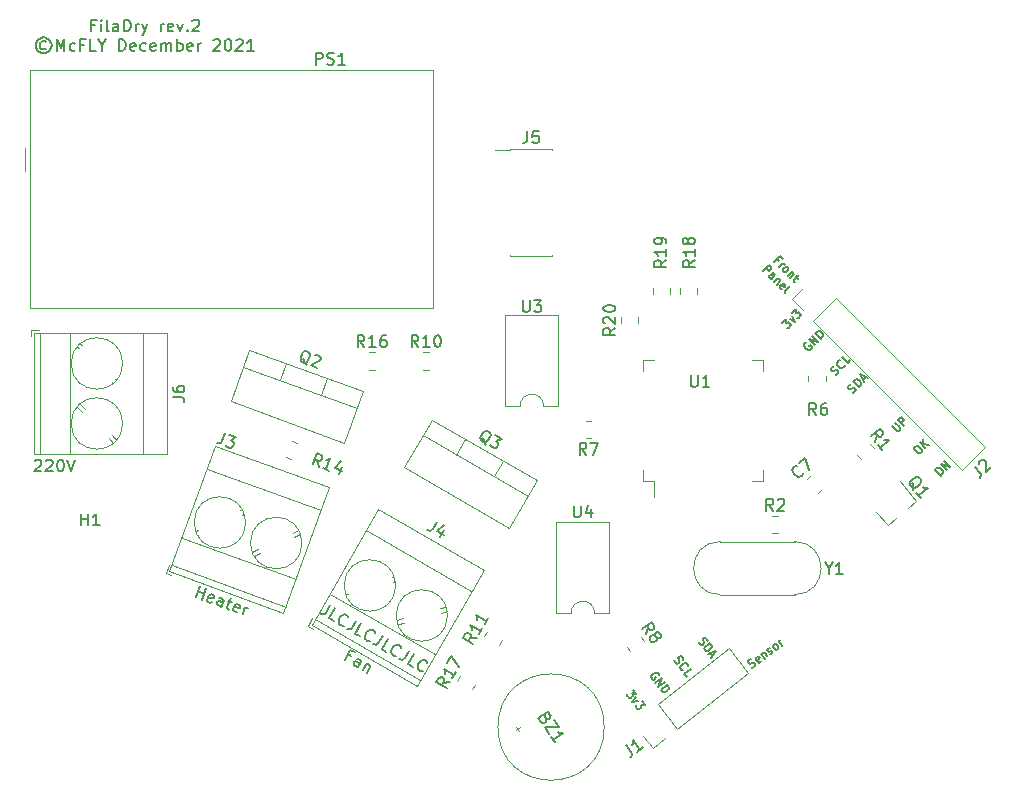
<source format=gbr>
%TF.GenerationSoftware,KiCad,Pcbnew,(5.1.9)-1*%
%TF.CreationDate,2021-12-25T05:37:13+03:00*%
%TF.ProjectId,filadry2,66696c61-6472-4793-922e-6b696361645f,rev?*%
%TF.SameCoordinates,Original*%
%TF.FileFunction,Legend,Top*%
%TF.FilePolarity,Positive*%
%FSLAX46Y46*%
G04 Gerber Fmt 4.6, Leading zero omitted, Abs format (unit mm)*
G04 Created by KiCad (PCBNEW (5.1.9)-1) date 2021-12-25 05:37:13*
%MOMM*%
%LPD*%
G01*
G04 APERTURE LIST*
%ADD10C,0.150000*%
%ADD11C,0.120000*%
G04 APERTURE END LIST*
D10*
X20939333Y-58120019D02*
X20986952Y-58072400D01*
X21082190Y-58024780D01*
X21320285Y-58024780D01*
X21415523Y-58072400D01*
X21463142Y-58120019D01*
X21510761Y-58215257D01*
X21510761Y-58310495D01*
X21463142Y-58453352D01*
X20891714Y-59024780D01*
X21510761Y-59024780D01*
X21891714Y-58120019D02*
X21939333Y-58072400D01*
X22034571Y-58024780D01*
X22272666Y-58024780D01*
X22367904Y-58072400D01*
X22415523Y-58120019D01*
X22463142Y-58215257D01*
X22463142Y-58310495D01*
X22415523Y-58453352D01*
X21844095Y-59024780D01*
X22463142Y-59024780D01*
X23082190Y-58024780D02*
X23177428Y-58024780D01*
X23272666Y-58072400D01*
X23320285Y-58120019D01*
X23367904Y-58215257D01*
X23415523Y-58405733D01*
X23415523Y-58643828D01*
X23367904Y-58834304D01*
X23320285Y-58929542D01*
X23272666Y-58977161D01*
X23177428Y-59024780D01*
X23082190Y-59024780D01*
X22986952Y-58977161D01*
X22939333Y-58929542D01*
X22891714Y-58834304D01*
X22844095Y-58643828D01*
X22844095Y-58405733D01*
X22891714Y-58215257D01*
X22939333Y-58120019D01*
X22986952Y-58072400D01*
X23082190Y-58024780D01*
X23701238Y-58024780D02*
X24034571Y-59024780D01*
X24367904Y-58024780D01*
X47737485Y-74690388D02*
X47448810Y-74523721D01*
X47186905Y-74977354D02*
X47686905Y-74111328D01*
X48099298Y-74349424D01*
X48300366Y-75620211D02*
X48562271Y-75166579D01*
X48568651Y-75060291D01*
X48509982Y-74971432D01*
X48345024Y-74876194D01*
X48238736Y-74869814D01*
X48324176Y-75578972D02*
X48217888Y-75572592D01*
X48011691Y-75453544D01*
X47953022Y-75364686D01*
X47959402Y-75258398D01*
X48007021Y-75175919D01*
X48095879Y-75117250D01*
X48202167Y-75123630D01*
X48408364Y-75242678D01*
X48514652Y-75249057D01*
X49046093Y-75280956D02*
X48712759Y-75858306D01*
X48998474Y-75363435D02*
X49063522Y-75346005D01*
X49169811Y-75352385D01*
X49293528Y-75423813D01*
X49352198Y-75512671D01*
X49345818Y-75618960D01*
X49083913Y-76072592D01*
X34566102Y-69678312D02*
X34908122Y-68738619D01*
X34745255Y-69186092D02*
X35282222Y-69381532D01*
X35103069Y-69873752D02*
X35445089Y-68934059D01*
X35924806Y-70122164D02*
X35819025Y-70134338D01*
X35640036Y-70069192D01*
X35566828Y-69991871D01*
X35554654Y-69886090D01*
X35684948Y-69528112D01*
X35762268Y-69454904D01*
X35868050Y-69442730D01*
X36047039Y-69507877D01*
X36120247Y-69585197D01*
X36132420Y-69690978D01*
X36099847Y-69780473D01*
X35619801Y-69707101D01*
X36758718Y-70476359D02*
X36937871Y-69984139D01*
X36925697Y-69878357D01*
X36852490Y-69801037D01*
X36673500Y-69735890D01*
X36567719Y-69748064D01*
X36775005Y-70431611D02*
X36669223Y-70443785D01*
X36445487Y-70362352D01*
X36372279Y-70285031D01*
X36360105Y-70179250D01*
X36392679Y-70089755D01*
X36469999Y-70016548D01*
X36575780Y-70004374D01*
X36799517Y-70085807D01*
X36905298Y-70073633D01*
X37299962Y-69963904D02*
X37657940Y-70094197D01*
X37548211Y-69699533D02*
X37255051Y-70504983D01*
X37267225Y-70610765D01*
X37340432Y-70688085D01*
X37429927Y-70720659D01*
X38117423Y-70920212D02*
X38011641Y-70932385D01*
X37832652Y-70867239D01*
X37759444Y-70789918D01*
X37747271Y-70684137D01*
X37877564Y-70326159D01*
X37954885Y-70252951D01*
X38060666Y-70240777D01*
X38239655Y-70305924D01*
X38312863Y-70383244D01*
X38325037Y-70489025D01*
X38292463Y-70578520D01*
X37812417Y-70505148D01*
X38548609Y-71127826D02*
X38776622Y-70501364D01*
X38711475Y-70680353D02*
X38788796Y-70607145D01*
X38849830Y-70578684D01*
X38955611Y-70566510D01*
X39045106Y-70599084D01*
X45955996Y-70368224D02*
X45598854Y-70986813D01*
X45486186Y-71086722D01*
X45356088Y-71121581D01*
X45208561Y-71091392D01*
X45126082Y-71043773D01*
X46280783Y-71710440D02*
X45868389Y-71472344D01*
X46368389Y-70606319D01*
X47111948Y-72080342D02*
X47046900Y-72097772D01*
X46899372Y-72067582D01*
X46816894Y-72019963D01*
X46716985Y-71907295D01*
X46682126Y-71777198D01*
X46688505Y-71670910D01*
X46742504Y-71482143D01*
X46813933Y-71358425D01*
X46950410Y-71217277D01*
X47039268Y-71158608D01*
X47169366Y-71123749D01*
X47316894Y-71153938D01*
X47399372Y-71201557D01*
X47499281Y-71314225D01*
X47516710Y-71379274D01*
X48182919Y-71653938D02*
X47825776Y-72272528D01*
X47713108Y-72372436D01*
X47583011Y-72407295D01*
X47435483Y-72377106D01*
X47353004Y-72329487D01*
X48507705Y-72996154D02*
X48095312Y-72758059D01*
X48595312Y-71892033D01*
X49338871Y-73366056D02*
X49273822Y-73383486D01*
X49126295Y-73353297D01*
X49043816Y-73305678D01*
X48943908Y-73193010D01*
X48909048Y-73062912D01*
X48915428Y-72956624D01*
X48969427Y-72767857D01*
X49040855Y-72644139D01*
X49177333Y-72502992D01*
X49266191Y-72444323D01*
X49396289Y-72409463D01*
X49543816Y-72439652D01*
X49626295Y-72487271D01*
X49726203Y-72599939D01*
X49743633Y-72664988D01*
X50409841Y-72939652D02*
X50052699Y-73558242D01*
X49940031Y-73658150D01*
X49809933Y-73693010D01*
X49662406Y-73662821D01*
X49579927Y-73615201D01*
X50734627Y-74281868D02*
X50322234Y-74043773D01*
X50822234Y-73177747D01*
X51565793Y-74651770D02*
X51500744Y-74669200D01*
X51353217Y-74639011D01*
X51270738Y-74591392D01*
X51170830Y-74478724D01*
X51135970Y-74348626D01*
X51142350Y-74242338D01*
X51196349Y-74053572D01*
X51267778Y-73929854D01*
X51404255Y-73788706D01*
X51493113Y-73730037D01*
X51623211Y-73695177D01*
X51770738Y-73725367D01*
X51853217Y-73772986D01*
X51953125Y-73885653D01*
X51970555Y-73950702D01*
X52636764Y-74225367D02*
X52279621Y-74843956D01*
X52166953Y-74943865D01*
X52036855Y-74978724D01*
X51889328Y-74948535D01*
X51806849Y-74900916D01*
X52961550Y-75567582D02*
X52549157Y-75329487D01*
X53049157Y-74463462D01*
X53792716Y-75937485D02*
X53727667Y-75954915D01*
X53580140Y-75924725D01*
X53497661Y-75877106D01*
X53397753Y-75764438D01*
X53362893Y-75634341D01*
X53369273Y-75528053D01*
X53423271Y-75339286D01*
X53494700Y-75215568D01*
X53631177Y-75074420D01*
X53720036Y-75015751D01*
X53850133Y-74980892D01*
X53997661Y-75011081D01*
X54080140Y-75058700D01*
X54180048Y-75171368D01*
X54197478Y-75236417D01*
X83963467Y-41185029D02*
X83798476Y-41020037D01*
X83539203Y-41279310D02*
X84034178Y-40784335D01*
X84269880Y-41020037D01*
X83963467Y-41703574D02*
X84293451Y-41373591D01*
X84199170Y-41467871D02*
X84269880Y-41444301D01*
X84317021Y-41444301D01*
X84387731Y-41467871D01*
X84434872Y-41515012D01*
X84340591Y-42080697D02*
X84317021Y-42009987D01*
X84317021Y-41962846D01*
X84340591Y-41892136D01*
X84482012Y-41750714D01*
X84552723Y-41727144D01*
X84599864Y-41727144D01*
X84670574Y-41750714D01*
X84741285Y-41821425D01*
X84764855Y-41892136D01*
X84764855Y-41939276D01*
X84741285Y-42009987D01*
X84599864Y-42151408D01*
X84529153Y-42174978D01*
X84482012Y-42174978D01*
X84411302Y-42151408D01*
X84340591Y-42080697D01*
X85047698Y-42127838D02*
X84717715Y-42457821D01*
X85000557Y-42174978D02*
X85047698Y-42174978D01*
X85118408Y-42198548D01*
X85189119Y-42269259D01*
X85212689Y-42339970D01*
X85189119Y-42410680D01*
X84929847Y-42669953D01*
X85424821Y-42504961D02*
X85613383Y-42693523D01*
X85660524Y-42410680D02*
X85236260Y-42834945D01*
X85212689Y-42905655D01*
X85236260Y-42976366D01*
X85283400Y-43023506D01*
X82608180Y-42045342D02*
X83103154Y-41550367D01*
X83291716Y-41738929D01*
X83315286Y-41809640D01*
X83315286Y-41856780D01*
X83291716Y-41927491D01*
X83221005Y-41998201D01*
X83150295Y-42021772D01*
X83103154Y-42021772D01*
X83032444Y-41998201D01*
X82843882Y-41809640D01*
X83315286Y-42752449D02*
X83574559Y-42493176D01*
X83598129Y-42422465D01*
X83574559Y-42351755D01*
X83480278Y-42257474D01*
X83409567Y-42233904D01*
X83338857Y-42728878D02*
X83268146Y-42705308D01*
X83150295Y-42587457D01*
X83126725Y-42516746D01*
X83150295Y-42446036D01*
X83197435Y-42398895D01*
X83268146Y-42375325D01*
X83338857Y-42398895D01*
X83456708Y-42516746D01*
X83527418Y-42540317D01*
X83880972Y-42658168D02*
X83550989Y-42988151D01*
X83833831Y-42705308D02*
X83880972Y-42705308D01*
X83951682Y-42728878D01*
X84022393Y-42799589D01*
X84045963Y-42870300D01*
X84022393Y-42941010D01*
X83763121Y-43200283D01*
X84210955Y-43600977D02*
X84140244Y-43577407D01*
X84045963Y-43483126D01*
X84022393Y-43412415D01*
X84045963Y-43341704D01*
X84234525Y-43153142D01*
X84305236Y-43129572D01*
X84375946Y-43153142D01*
X84470227Y-43247423D01*
X84493798Y-43318134D01*
X84470227Y-43388845D01*
X84423087Y-43435985D01*
X84140244Y-43247423D01*
X84493798Y-43930960D02*
X84470227Y-43860249D01*
X84493798Y-43789539D01*
X84918062Y-43365274D01*
X97675808Y-59388425D02*
X97180833Y-58893451D01*
X97298684Y-58775600D01*
X97392965Y-58728459D01*
X97487246Y-58728459D01*
X97557957Y-58752029D01*
X97675808Y-58822740D01*
X97746519Y-58893451D01*
X97817229Y-59011302D01*
X97840800Y-59082012D01*
X97840800Y-59176293D01*
X97793659Y-59270574D01*
X97675808Y-59388425D01*
X98170783Y-58893451D02*
X97675808Y-58398476D01*
X98453625Y-58610608D01*
X97958651Y-58115633D01*
X95446314Y-56970370D02*
X95540595Y-56876089D01*
X95611306Y-56852519D01*
X95705587Y-56852519D01*
X95823438Y-56923229D01*
X95988429Y-57088221D01*
X96059140Y-57206072D01*
X96059140Y-57300353D01*
X96035570Y-57371064D01*
X95941289Y-57465344D01*
X95870578Y-57488915D01*
X95776297Y-57488915D01*
X95658446Y-57418204D01*
X95493455Y-57253212D01*
X95422744Y-57135361D01*
X95422744Y-57041080D01*
X95446314Y-56970370D01*
X96365553Y-57041080D02*
X95870578Y-56546106D01*
X96648396Y-56758238D02*
X96153421Y-56687527D01*
X96153421Y-56263263D02*
X96153421Y-56828948D01*
X93523233Y-55185051D02*
X93923927Y-55585744D01*
X93994638Y-55609315D01*
X94041778Y-55609315D01*
X94112489Y-55585744D01*
X94206770Y-55491464D01*
X94230340Y-55420753D01*
X94230340Y-55373612D01*
X94206770Y-55302902D01*
X93806076Y-54902208D01*
X94536753Y-55161480D02*
X94041778Y-54666506D01*
X94230340Y-54477944D01*
X94301051Y-54454374D01*
X94348191Y-54454374D01*
X94418902Y-54477944D01*
X94489612Y-54548655D01*
X94513183Y-54619365D01*
X94513183Y-54666506D01*
X94489612Y-54737216D01*
X94301051Y-54925778D01*
X90226506Y-52363387D02*
X90320787Y-52316247D01*
X90438638Y-52198396D01*
X90462208Y-52127685D01*
X90462208Y-52080544D01*
X90438638Y-52009834D01*
X90391497Y-51962693D01*
X90320787Y-51939123D01*
X90273646Y-51939123D01*
X90202935Y-51962693D01*
X90085084Y-52033404D01*
X90014374Y-52056974D01*
X89967233Y-52056974D01*
X89896522Y-52033404D01*
X89849382Y-51986264D01*
X89825812Y-51915553D01*
X89825812Y-51868412D01*
X89849382Y-51797702D01*
X89967233Y-51679851D01*
X90061514Y-51632710D01*
X90745051Y-51891983D02*
X90250076Y-51397008D01*
X90367927Y-51279157D01*
X90462208Y-51232016D01*
X90556489Y-51232016D01*
X90627200Y-51255587D01*
X90745051Y-51326297D01*
X90815761Y-51397008D01*
X90886472Y-51514859D01*
X90910042Y-51585570D01*
X90910042Y-51679851D01*
X90862902Y-51774132D01*
X90745051Y-51891983D01*
X91075034Y-51279157D02*
X91310736Y-51043455D01*
X91169315Y-51467719D02*
X90839332Y-50807752D01*
X91499298Y-51137735D01*
X88765091Y-50827602D02*
X88859372Y-50780462D01*
X88977223Y-50662610D01*
X89000793Y-50591900D01*
X89000793Y-50544759D01*
X88977223Y-50474049D01*
X88930082Y-50426908D01*
X88859372Y-50403338D01*
X88812231Y-50403338D01*
X88741521Y-50426908D01*
X88623669Y-50497619D01*
X88552959Y-50521189D01*
X88505818Y-50521189D01*
X88435108Y-50497619D01*
X88387967Y-50450478D01*
X88364397Y-50379768D01*
X88364397Y-50332627D01*
X88387967Y-50261917D01*
X88505818Y-50144066D01*
X88600099Y-50096925D01*
X89519338Y-50026214D02*
X89519338Y-50073355D01*
X89472198Y-50167636D01*
X89425057Y-50214776D01*
X89330776Y-50261917D01*
X89236495Y-50261917D01*
X89165785Y-50238346D01*
X89047933Y-50167636D01*
X88977223Y-50096925D01*
X88906512Y-49979074D01*
X88882942Y-49908363D01*
X88882942Y-49814082D01*
X88930082Y-49719801D01*
X88977223Y-49672661D01*
X89071504Y-49625521D01*
X89118644Y-49625521D01*
X90014313Y-49625521D02*
X89778610Y-49861223D01*
X89283636Y-49366248D01*
X86294189Y-48084836D02*
X86223478Y-48108406D01*
X86152767Y-48179117D01*
X86105627Y-48273398D01*
X86105627Y-48367678D01*
X86129197Y-48438389D01*
X86199908Y-48556240D01*
X86270618Y-48626951D01*
X86388469Y-48697662D01*
X86459180Y-48721232D01*
X86553461Y-48721232D01*
X86647742Y-48674091D01*
X86694882Y-48626951D01*
X86742023Y-48532670D01*
X86742023Y-48485530D01*
X86577031Y-48320538D01*
X86482750Y-48414819D01*
X87001295Y-48320538D02*
X86506321Y-47825563D01*
X87284138Y-48037695D01*
X86789163Y-47542721D01*
X87519840Y-47801993D02*
X87024866Y-47307018D01*
X87142717Y-47189167D01*
X87236998Y-47142027D01*
X87331278Y-47142027D01*
X87401989Y-47165597D01*
X87519840Y-47236308D01*
X87590551Y-47307018D01*
X87661262Y-47424869D01*
X87684832Y-47495580D01*
X87684832Y-47589861D01*
X87637691Y-47684142D01*
X87519840Y-47801993D01*
X84229686Y-46444598D02*
X84536099Y-46138185D01*
X84559669Y-46491738D01*
X84630380Y-46421027D01*
X84701091Y-46397457D01*
X84748231Y-46397457D01*
X84818942Y-46421027D01*
X84936793Y-46538878D01*
X84960363Y-46609589D01*
X84960363Y-46656730D01*
X84936793Y-46727440D01*
X84795372Y-46868862D01*
X84724661Y-46892432D01*
X84677521Y-46892432D01*
X84866082Y-46138185D02*
X85313917Y-46350317D01*
X85101785Y-45902482D01*
X85078214Y-45596069D02*
X85384627Y-45289656D01*
X85408198Y-45643210D01*
X85478908Y-45572499D01*
X85549619Y-45548929D01*
X85596759Y-45548929D01*
X85667470Y-45572499D01*
X85785321Y-45690350D01*
X85808891Y-45761061D01*
X85808891Y-45808201D01*
X85785321Y-45878912D01*
X85643900Y-46020333D01*
X85573189Y-46043904D01*
X85526049Y-46043904D01*
X81685665Y-75626961D02*
X81785590Y-75593400D01*
X81918695Y-75493098D01*
X81951877Y-75426356D01*
X81958438Y-75379674D01*
X81944938Y-75306371D01*
X81904817Y-75253129D01*
X81838075Y-75219947D01*
X81791393Y-75213386D01*
X81718090Y-75226886D01*
X81591545Y-75280507D01*
X81518242Y-75294007D01*
X81471561Y-75287446D01*
X81404818Y-75254264D01*
X81364697Y-75201022D01*
X81351198Y-75127719D01*
X81357758Y-75081037D01*
X81390940Y-75014295D01*
X81524046Y-74913992D01*
X81623970Y-74880432D01*
X82457680Y-75045206D02*
X82424498Y-75111948D01*
X82318013Y-75192190D01*
X82244710Y-75205690D01*
X82177968Y-75172508D01*
X82017484Y-74959539D01*
X82003984Y-74886236D01*
X82037166Y-74819494D01*
X82143651Y-74739252D01*
X82216954Y-74725752D01*
X82283696Y-74758934D01*
X82323817Y-74812176D01*
X82097726Y-75066023D01*
X82463105Y-74498526D02*
X82743952Y-74871222D01*
X82503226Y-74551768D02*
X82509787Y-74505086D01*
X82542969Y-74438344D01*
X82622832Y-74378163D01*
X82696135Y-74364663D01*
X82762877Y-74397845D01*
X82983543Y-74690678D01*
X83203073Y-74483512D02*
X83276376Y-74470012D01*
X83382861Y-74389770D01*
X83416042Y-74323028D01*
X83402543Y-74249725D01*
X83382482Y-74223104D01*
X83315740Y-74189922D01*
X83242437Y-74203422D01*
X83162573Y-74263603D01*
X83089271Y-74277103D01*
X83022528Y-74243921D01*
X83002468Y-74217300D01*
X82988968Y-74143997D01*
X83022150Y-74077255D01*
X83102014Y-74017074D01*
X83175316Y-74003574D01*
X83782178Y-74088863D02*
X83708875Y-74102363D01*
X83662194Y-74095802D01*
X83595452Y-74062620D01*
X83475089Y-73902893D01*
X83461589Y-73829590D01*
X83468149Y-73782908D01*
X83501331Y-73716166D01*
X83581195Y-73655985D01*
X83654498Y-73642485D01*
X83701179Y-73649046D01*
X83767922Y-73682227D01*
X83888285Y-73841954D01*
X83901784Y-73915257D01*
X83895224Y-73961939D01*
X83862042Y-74028681D01*
X83782178Y-74088863D01*
X84208117Y-73767895D02*
X83927270Y-73395198D01*
X84007512Y-73501683D02*
X83994012Y-73428380D01*
X84000573Y-73381698D01*
X84033755Y-73314956D01*
X84086997Y-73274835D01*
X77175590Y-73430519D02*
X77210889Y-73529843D01*
X77313499Y-73661178D01*
X77380811Y-73693190D01*
X77427600Y-73698935D01*
X77500656Y-73684158D01*
X77553190Y-73643114D01*
X77585202Y-73575802D01*
X77590947Y-73529013D01*
X77576170Y-73455957D01*
X77520349Y-73330367D01*
X77505571Y-73257311D01*
X77511316Y-73210522D01*
X77543328Y-73143211D01*
X77595862Y-73102167D01*
X77668919Y-73087390D01*
X77715708Y-73093135D01*
X77783019Y-73125147D01*
X77885629Y-73256482D01*
X77920928Y-73355805D01*
X77580286Y-74002649D02*
X78131894Y-73571686D01*
X78234504Y-73703021D01*
X78269803Y-73802344D01*
X78258313Y-73895922D01*
X78226301Y-73963234D01*
X78141755Y-74071589D01*
X78062954Y-74133155D01*
X77937364Y-74188976D01*
X77864308Y-74203753D01*
X77770730Y-74192263D01*
X77682896Y-74133984D01*
X77580286Y-74002649D01*
X78148329Y-74404857D02*
X78353550Y-74667528D01*
X77949683Y-74475456D02*
X78644945Y-74228362D01*
X78236992Y-74843194D01*
X75113312Y-75031587D02*
X75148611Y-75130910D01*
X75251222Y-75262245D01*
X75318533Y-75294257D01*
X75365322Y-75300002D01*
X75438378Y-75285225D01*
X75490912Y-75244181D01*
X75522924Y-75176869D01*
X75528669Y-75130080D01*
X75513892Y-75057024D01*
X75458071Y-74931434D01*
X75443294Y-74858378D01*
X75449038Y-74811589D01*
X75481050Y-74744278D01*
X75533585Y-74703234D01*
X75606641Y-74688457D01*
X75653430Y-74694202D01*
X75720741Y-74726214D01*
X75823351Y-74857549D01*
X75858650Y-74956872D01*
X75816807Y-75877876D02*
X75770018Y-75872131D01*
X75682185Y-75813852D01*
X75641140Y-75761318D01*
X75605841Y-75661995D01*
X75617331Y-75568417D01*
X75649343Y-75501106D01*
X75733889Y-75392751D01*
X75812690Y-75331184D01*
X75938281Y-75275363D01*
X76011337Y-75260586D01*
X76104915Y-75272076D01*
X76192748Y-75330355D01*
X76233792Y-75382889D01*
X76269091Y-75482212D01*
X76263346Y-75529001D01*
X76154192Y-76417994D02*
X75948971Y-76155324D01*
X76500579Y-75724361D01*
X73805118Y-76272470D02*
X73790341Y-76199414D01*
X73728775Y-76120613D01*
X73640942Y-76062334D01*
X73547363Y-76050844D01*
X73474307Y-76065621D01*
X73348717Y-76121442D01*
X73269916Y-76183008D01*
X73185370Y-76291363D01*
X73153358Y-76358674D01*
X73141868Y-76452252D01*
X73177167Y-76551576D01*
X73218211Y-76604110D01*
X73306044Y-76662389D01*
X73352834Y-76668134D01*
X73536703Y-76524479D01*
X73454614Y-76419411D01*
X73484998Y-76945581D02*
X74036605Y-76514618D01*
X73731262Y-77260785D01*
X74282870Y-76829822D01*
X73936483Y-77523456D02*
X74488091Y-77092492D01*
X74590701Y-77223828D01*
X74626000Y-77323151D01*
X74614510Y-77416729D01*
X74582498Y-77484040D01*
X74497952Y-77592395D01*
X74419151Y-77653961D01*
X74293561Y-77709783D01*
X74220505Y-77724560D01*
X74126926Y-77713070D01*
X74039093Y-77654791D01*
X73936483Y-77523456D01*
X71595175Y-77492213D02*
X71861961Y-77833684D01*
X71508171Y-77813991D01*
X71569737Y-77892792D01*
X71584514Y-77965848D01*
X71578769Y-78012637D01*
X71546757Y-78079948D01*
X71415422Y-78182559D01*
X71342366Y-78197336D01*
X71295577Y-78191591D01*
X71228266Y-78159579D01*
X71105133Y-78001977D01*
X71090356Y-77928921D01*
X71096101Y-77882131D01*
X71821746Y-78161207D02*
X71556618Y-78579851D01*
X72026967Y-78423878D01*
X72333968Y-78437825D02*
X72600755Y-78779297D01*
X72246965Y-78759604D01*
X72308531Y-78838405D01*
X72323308Y-78911461D01*
X72317563Y-78958250D01*
X72285551Y-79025561D01*
X72154216Y-79128172D01*
X72081160Y-79142949D01*
X72034370Y-79137204D01*
X71967059Y-79105192D01*
X71843927Y-78947590D01*
X71829150Y-78874533D01*
X71834895Y-78827744D01*
X26062514Y-21252371D02*
X25729180Y-21252371D01*
X25729180Y-21776180D02*
X25729180Y-20776180D01*
X26205371Y-20776180D01*
X26586323Y-21776180D02*
X26586323Y-21109514D01*
X26586323Y-20776180D02*
X26538704Y-20823800D01*
X26586323Y-20871419D01*
X26633942Y-20823800D01*
X26586323Y-20776180D01*
X26586323Y-20871419D01*
X27205371Y-21776180D02*
X27110133Y-21728561D01*
X27062514Y-21633323D01*
X27062514Y-20776180D01*
X28014895Y-21776180D02*
X28014895Y-21252371D01*
X27967276Y-21157133D01*
X27872038Y-21109514D01*
X27681561Y-21109514D01*
X27586323Y-21157133D01*
X28014895Y-21728561D02*
X27919657Y-21776180D01*
X27681561Y-21776180D01*
X27586323Y-21728561D01*
X27538704Y-21633323D01*
X27538704Y-21538085D01*
X27586323Y-21442847D01*
X27681561Y-21395228D01*
X27919657Y-21395228D01*
X28014895Y-21347609D01*
X28491085Y-21776180D02*
X28491085Y-20776180D01*
X28729180Y-20776180D01*
X28872038Y-20823800D01*
X28967276Y-20919038D01*
X29014895Y-21014276D01*
X29062514Y-21204752D01*
X29062514Y-21347609D01*
X29014895Y-21538085D01*
X28967276Y-21633323D01*
X28872038Y-21728561D01*
X28729180Y-21776180D01*
X28491085Y-21776180D01*
X29491085Y-21776180D02*
X29491085Y-21109514D01*
X29491085Y-21299990D02*
X29538704Y-21204752D01*
X29586323Y-21157133D01*
X29681561Y-21109514D01*
X29776800Y-21109514D01*
X30014895Y-21109514D02*
X30252990Y-21776180D01*
X30491085Y-21109514D02*
X30252990Y-21776180D01*
X30157752Y-22014276D01*
X30110133Y-22061895D01*
X30014895Y-22109514D01*
X31633942Y-21776180D02*
X31633942Y-21109514D01*
X31633942Y-21299990D02*
X31681561Y-21204752D01*
X31729180Y-21157133D01*
X31824419Y-21109514D01*
X31919657Y-21109514D01*
X32633942Y-21728561D02*
X32538704Y-21776180D01*
X32348228Y-21776180D01*
X32252990Y-21728561D01*
X32205371Y-21633323D01*
X32205371Y-21252371D01*
X32252990Y-21157133D01*
X32348228Y-21109514D01*
X32538704Y-21109514D01*
X32633942Y-21157133D01*
X32681561Y-21252371D01*
X32681561Y-21347609D01*
X32205371Y-21442847D01*
X33014895Y-21109514D02*
X33252990Y-21776180D01*
X33491085Y-21109514D01*
X33872038Y-21680942D02*
X33919657Y-21728561D01*
X33872038Y-21776180D01*
X33824419Y-21728561D01*
X33872038Y-21680942D01*
X33872038Y-21776180D01*
X34300609Y-20871419D02*
X34348228Y-20823800D01*
X34443466Y-20776180D01*
X34681561Y-20776180D01*
X34776800Y-20823800D01*
X34824419Y-20871419D01*
X34872038Y-20966657D01*
X34872038Y-21061895D01*
X34824419Y-21204752D01*
X34252990Y-21776180D01*
X34872038Y-21776180D01*
X21895847Y-22664276D02*
X21800609Y-22616657D01*
X21610133Y-22616657D01*
X21514895Y-22664276D01*
X21419657Y-22759514D01*
X21372038Y-22854752D01*
X21372038Y-23045228D01*
X21419657Y-23140466D01*
X21514895Y-23235704D01*
X21610133Y-23283323D01*
X21800609Y-23283323D01*
X21895847Y-23235704D01*
X21705371Y-22283323D02*
X21467276Y-22330942D01*
X21229180Y-22473800D01*
X21086323Y-22711895D01*
X21038704Y-22949990D01*
X21086323Y-23188085D01*
X21229180Y-23426180D01*
X21467276Y-23569038D01*
X21705371Y-23616657D01*
X21943466Y-23569038D01*
X22181561Y-23426180D01*
X22324419Y-23188085D01*
X22372038Y-22949990D01*
X22324419Y-22711895D01*
X22181561Y-22473800D01*
X21943466Y-22330942D01*
X21705371Y-22283323D01*
X22800609Y-23426180D02*
X22800609Y-22426180D01*
X23133942Y-23140466D01*
X23467276Y-22426180D01*
X23467276Y-23426180D01*
X24372038Y-23378561D02*
X24276800Y-23426180D01*
X24086323Y-23426180D01*
X23991085Y-23378561D01*
X23943466Y-23330942D01*
X23895847Y-23235704D01*
X23895847Y-22949990D01*
X23943466Y-22854752D01*
X23991085Y-22807133D01*
X24086323Y-22759514D01*
X24276800Y-22759514D01*
X24372038Y-22807133D01*
X25133942Y-22902371D02*
X24800609Y-22902371D01*
X24800609Y-23426180D02*
X24800609Y-22426180D01*
X25276800Y-22426180D01*
X26133942Y-23426180D02*
X25657752Y-23426180D01*
X25657752Y-22426180D01*
X26657752Y-22949990D02*
X26657752Y-23426180D01*
X26324419Y-22426180D02*
X26657752Y-22949990D01*
X26991085Y-22426180D01*
X28086323Y-23426180D02*
X28086323Y-22426180D01*
X28324419Y-22426180D01*
X28467276Y-22473800D01*
X28562514Y-22569038D01*
X28610133Y-22664276D01*
X28657752Y-22854752D01*
X28657752Y-22997609D01*
X28610133Y-23188085D01*
X28562514Y-23283323D01*
X28467276Y-23378561D01*
X28324419Y-23426180D01*
X28086323Y-23426180D01*
X29467276Y-23378561D02*
X29372038Y-23426180D01*
X29181561Y-23426180D01*
X29086323Y-23378561D01*
X29038704Y-23283323D01*
X29038704Y-22902371D01*
X29086323Y-22807133D01*
X29181561Y-22759514D01*
X29372038Y-22759514D01*
X29467276Y-22807133D01*
X29514895Y-22902371D01*
X29514895Y-22997609D01*
X29038704Y-23092847D01*
X30372038Y-23378561D02*
X30276800Y-23426180D01*
X30086323Y-23426180D01*
X29991085Y-23378561D01*
X29943466Y-23330942D01*
X29895847Y-23235704D01*
X29895847Y-22949990D01*
X29943466Y-22854752D01*
X29991085Y-22807133D01*
X30086323Y-22759514D01*
X30276800Y-22759514D01*
X30372038Y-22807133D01*
X31181561Y-23378561D02*
X31086323Y-23426180D01*
X30895847Y-23426180D01*
X30800609Y-23378561D01*
X30752990Y-23283323D01*
X30752990Y-22902371D01*
X30800609Y-22807133D01*
X30895847Y-22759514D01*
X31086323Y-22759514D01*
X31181561Y-22807133D01*
X31229180Y-22902371D01*
X31229180Y-22997609D01*
X30752990Y-23092847D01*
X31657752Y-23426180D02*
X31657752Y-22759514D01*
X31657752Y-22854752D02*
X31705371Y-22807133D01*
X31800609Y-22759514D01*
X31943466Y-22759514D01*
X32038704Y-22807133D01*
X32086323Y-22902371D01*
X32086323Y-23426180D01*
X32086323Y-22902371D02*
X32133942Y-22807133D01*
X32229180Y-22759514D01*
X32372038Y-22759514D01*
X32467276Y-22807133D01*
X32514895Y-22902371D01*
X32514895Y-23426180D01*
X32991085Y-23426180D02*
X32991085Y-22426180D01*
X32991085Y-22807133D02*
X33086323Y-22759514D01*
X33276800Y-22759514D01*
X33372038Y-22807133D01*
X33419657Y-22854752D01*
X33467276Y-22949990D01*
X33467276Y-23235704D01*
X33419657Y-23330942D01*
X33372038Y-23378561D01*
X33276800Y-23426180D01*
X33086323Y-23426180D01*
X32991085Y-23378561D01*
X34276800Y-23378561D02*
X34181561Y-23426180D01*
X33991085Y-23426180D01*
X33895847Y-23378561D01*
X33848228Y-23283323D01*
X33848228Y-22902371D01*
X33895847Y-22807133D01*
X33991085Y-22759514D01*
X34181561Y-22759514D01*
X34276800Y-22807133D01*
X34324419Y-22902371D01*
X34324419Y-22997609D01*
X33848228Y-23092847D01*
X34752990Y-23426180D02*
X34752990Y-22759514D01*
X34752990Y-22949990D02*
X34800609Y-22854752D01*
X34848228Y-22807133D01*
X34943466Y-22759514D01*
X35038704Y-22759514D01*
X36086323Y-22521419D02*
X36133942Y-22473800D01*
X36229180Y-22426180D01*
X36467276Y-22426180D01*
X36562514Y-22473800D01*
X36610133Y-22521419D01*
X36657752Y-22616657D01*
X36657752Y-22711895D01*
X36610133Y-22854752D01*
X36038704Y-23426180D01*
X36657752Y-23426180D01*
X37276800Y-22426180D02*
X37372038Y-22426180D01*
X37467276Y-22473800D01*
X37514895Y-22521419D01*
X37562514Y-22616657D01*
X37610133Y-22807133D01*
X37610133Y-23045228D01*
X37562514Y-23235704D01*
X37514895Y-23330942D01*
X37467276Y-23378561D01*
X37372038Y-23426180D01*
X37276800Y-23426180D01*
X37181561Y-23378561D01*
X37133942Y-23330942D01*
X37086323Y-23235704D01*
X37038704Y-23045228D01*
X37038704Y-22807133D01*
X37086323Y-22616657D01*
X37133942Y-22521419D01*
X37181561Y-22473800D01*
X37276800Y-22426180D01*
X37991085Y-22521419D02*
X38038704Y-22473800D01*
X38133942Y-22426180D01*
X38372038Y-22426180D01*
X38467276Y-22473800D01*
X38514895Y-22521419D01*
X38562514Y-22616657D01*
X38562514Y-22711895D01*
X38514895Y-22854752D01*
X37943466Y-23426180D01*
X38562514Y-23426180D01*
X39514895Y-23426180D02*
X38943466Y-23426180D01*
X39229180Y-23426180D02*
X39229180Y-22426180D01*
X39133942Y-22569038D01*
X39038704Y-22664276D01*
X38943466Y-22711895D01*
D11*
%TO.C,PS1*%
X20510800Y-25013600D02*
X20510800Y-45213600D01*
X20510800Y-45213600D02*
X54710800Y-45213600D01*
X54710800Y-45213600D02*
X54710800Y-25013600D01*
X54710800Y-25013600D02*
X20510800Y-25013600D01*
X20120800Y-31613600D02*
X20120800Y-33623600D01*
%TO.C,Y1*%
X78984646Y-69462675D02*
X85284646Y-69462675D01*
X78984646Y-64966675D02*
X85284646Y-64966675D01*
X85284646Y-64966675D02*
G75*
G02*
X85284646Y-69462675I0J-2248000D01*
G01*
X78984646Y-69462675D02*
G75*
G02*
X78984646Y-64966675I0J2248000D01*
G01*
%TO.C,U4*%
X68360800Y-71027600D02*
X69610800Y-71027600D01*
X69610800Y-71027600D02*
X69610800Y-63287600D01*
X69610800Y-63287600D02*
X65110800Y-63287600D01*
X65110800Y-63287600D02*
X65110800Y-71027600D01*
X65110800Y-71027600D02*
X66360800Y-71027600D01*
X66360800Y-71027600D02*
G75*
G02*
X68360800Y-71027600I1000000J0D01*
G01*
%TO.C,U3*%
X64042800Y-53501600D02*
X65292800Y-53501600D01*
X65292800Y-53501600D02*
X65292800Y-45761600D01*
X65292800Y-45761600D02*
X60792800Y-45761600D01*
X60792800Y-45761600D02*
X60792800Y-53501600D01*
X60792800Y-53501600D02*
X62042800Y-53501600D01*
X62042800Y-53501600D02*
G75*
G02*
X64042800Y-53501600I1000000J0D01*
G01*
%TO.C,U1*%
X82630800Y-50551600D02*
X82630800Y-49601600D01*
X82630800Y-49601600D02*
X81680800Y-49601600D01*
X82630800Y-58871600D02*
X82630800Y-59821600D01*
X82630800Y-59821600D02*
X81680800Y-59821600D01*
X72410800Y-50551600D02*
X72410800Y-49601600D01*
X72410800Y-49601600D02*
X73360800Y-49601600D01*
X72410800Y-58871600D02*
X72410800Y-59821600D01*
X72410800Y-59821600D02*
X73360800Y-59821600D01*
X73360800Y-59821600D02*
X73360800Y-61161600D01*
%TO.C,R20*%
X70562800Y-46445664D02*
X70562800Y-45991536D01*
X72032800Y-46445664D02*
X72032800Y-45991536D01*
%TO.C,R19*%
X73274946Y-43982383D02*
X73274946Y-43528255D01*
X74744946Y-43982383D02*
X74744946Y-43528255D01*
%TO.C,R18*%
X75560947Y-43972904D02*
X75560947Y-43518776D01*
X77030947Y-43972904D02*
X77030947Y-43518776D01*
%TO.C,R17*%
X56712738Y-76742768D02*
X56939802Y-76349482D01*
X57985796Y-77477768D02*
X58212860Y-77084482D01*
%TO.C,R16*%
X49268136Y-48947400D02*
X49722264Y-48947400D01*
X49268136Y-50417400D02*
X49722264Y-50417400D01*
%TO.C,R14*%
X42710014Y-56432465D02*
X43136755Y-56587786D01*
X42207245Y-57813814D02*
X42633986Y-57969135D01*
%TO.C,R11*%
X58982740Y-72978718D02*
X59209804Y-72585432D01*
X60255798Y-73713718D02*
X60482862Y-73320432D01*
%TO.C,R10*%
X53840136Y-48947400D02*
X54294264Y-48947400D01*
X53840136Y-50417400D02*
X54294264Y-50417400D01*
%TO.C,R8*%
X72277638Y-73027021D02*
X72538115Y-73399021D01*
X71073485Y-73870179D02*
X71333962Y-74242179D01*
%TO.C,R7*%
X67625735Y-54738601D02*
X68079863Y-54738601D01*
X67625735Y-56208601D02*
X68079863Y-56208601D01*
%TO.C,R6*%
X86437800Y-51382664D02*
X86437800Y-50928536D01*
X87907800Y-51382664D02*
X87907800Y-50928536D01*
%TO.C,R2*%
X83415582Y-62796674D02*
X83869710Y-62796674D01*
X83415582Y-64266674D02*
X83869710Y-64266674D01*
%TO.C,R1*%
X90870511Y-57999590D02*
X90578603Y-57651708D01*
X91996597Y-57054692D02*
X91704689Y-56706810D01*
%TO.C,Q3*%
X60606518Y-58139197D02*
X59851518Y-59446895D01*
X57401358Y-56288697D02*
X56646358Y-57596395D01*
X53814454Y-55961395D02*
X62682555Y-61081395D01*
X63437555Y-59773697D02*
X61117055Y-63792921D01*
X54569454Y-54653697D02*
X52248954Y-58672921D01*
X52248954Y-58672921D02*
X61117055Y-63792921D01*
X54569454Y-54653697D02*
X63437555Y-59773697D01*
%TO.C,Q2*%
X45681396Y-51108616D02*
X45164946Y-52527551D01*
X42203594Y-49842799D02*
X41687143Y-51261735D01*
X38614348Y-50143329D02*
X48236801Y-53645615D01*
X48753251Y-52226679D02*
X47165936Y-56587793D01*
X39130799Y-48724393D02*
X37543483Y-53085507D01*
X37543483Y-53085507D02*
X47165936Y-56587793D01*
X39130799Y-48724393D02*
X48753251Y-52226679D01*
%TO.C,Q1*%
X93156568Y-63548398D02*
X93868990Y-62950606D01*
X95577269Y-61517189D02*
X94864847Y-62114982D01*
X95577269Y-61517189D02*
X94188848Y-59862533D01*
X93156568Y-63548398D02*
X92218098Y-62429973D01*
%TO.C,J6*%
X20612800Y-47045600D02*
X20612800Y-47545600D01*
X21352800Y-47045600D02*
X20612800Y-47045600D01*
X25220800Y-53707600D02*
X24824800Y-53312600D01*
X27866800Y-56353600D02*
X27486800Y-55973600D01*
X24938800Y-53958600D02*
X24558800Y-53578600D01*
X27600800Y-56619600D02*
X27204800Y-56224600D01*
X24931800Y-48337600D02*
X24824800Y-48231600D01*
X27866800Y-51273600D02*
X27759800Y-51166600D01*
X24665800Y-48603600D02*
X24558800Y-48497600D01*
X27600800Y-51539600D02*
X27493800Y-51432600D01*
X32172800Y-57565600D02*
X20852800Y-57565600D01*
X32172800Y-47285600D02*
X20852800Y-47285600D01*
X20852800Y-47285600D02*
X20852800Y-57565600D01*
X32172800Y-47285600D02*
X32172800Y-57565600D01*
X30112800Y-47285600D02*
X30112800Y-57565600D01*
X23912800Y-47285600D02*
X23912800Y-57565600D01*
X21412800Y-47285600D02*
X21412800Y-57565600D01*
X28392800Y-54965600D02*
G75*
G03*
X28392800Y-54965600I-2180000J0D01*
G01*
X28392800Y-49885600D02*
G75*
G03*
X28392800Y-49885600I-2180000J0D01*
G01*
%TO.C,J5*%
X61227000Y-31766200D02*
X64757000Y-31766200D01*
X61227000Y-40776200D02*
X64757000Y-40776200D01*
X59902000Y-31831200D02*
X61227000Y-31831200D01*
X61227000Y-31766200D02*
X61227000Y-31831200D01*
X64757000Y-31766200D02*
X64757000Y-31831200D01*
X61227000Y-40711200D02*
X61227000Y-40776200D01*
X64757000Y-40711200D02*
X64757000Y-40776200D01*
%TO.C,J4*%
X44067288Y-72111342D02*
X44500301Y-72361342D01*
X44437288Y-71470483D02*
X44067288Y-72111342D01*
X52140749Y-71451697D02*
X51600669Y-71597143D01*
X55755252Y-70483194D02*
X55236163Y-70622284D01*
X52217121Y-71821416D02*
X51698032Y-71960506D01*
X55852615Y-70846557D02*
X55312535Y-70992003D01*
X47345693Y-69016979D02*
X47200394Y-69056643D01*
X51355843Y-67943194D02*
X51209679Y-67982359D01*
X47443055Y-69380341D02*
X47297757Y-69420006D01*
X51453206Y-68306557D02*
X51307041Y-68345721D01*
X58957875Y-67360089D02*
X53297875Y-77163496D01*
X50055134Y-62220089D02*
X44395134Y-72023496D01*
X44395134Y-72023496D02*
X53297875Y-77163496D01*
X50055134Y-62220089D02*
X58957875Y-67360089D01*
X49025134Y-64004101D02*
X57927875Y-69144101D01*
X45925134Y-69373458D02*
X54827875Y-74513458D01*
X44675134Y-71538522D02*
X53577875Y-76678522D01*
X55906209Y-71221600D02*
G75*
G03*
X55906209Y-71221600I-2180000J0D01*
G01*
X51506800Y-68681600D02*
G75*
G03*
X51506800Y-68681600I-2180000J0D01*
G01*
%TO.C,J3*%
X32042760Y-67638541D02*
X32512606Y-67809552D01*
X32295855Y-66943169D02*
X32042760Y-67638541D01*
X39879021Y-65586976D02*
X39372403Y-65823996D01*
X43270433Y-64005535D02*
X42783382Y-64232650D01*
X40018434Y-65937816D02*
X39531384Y-66164932D01*
X43429414Y-64346470D02*
X42922796Y-64583491D01*
X34734028Y-64021899D02*
X34597824Y-64086192D01*
X38496795Y-62268072D02*
X38359651Y-62332023D01*
X34893009Y-64362835D02*
X34756805Y-64427128D01*
X38655776Y-62609008D02*
X38518632Y-62672959D01*
X45882079Y-60373747D02*
X42010411Y-71011067D01*
X36222039Y-56857780D02*
X32350371Y-67495100D01*
X32350371Y-67495100D02*
X42010411Y-71011067D01*
X36222039Y-56857780D02*
X45882079Y-60373747D01*
X35517478Y-58793546D02*
X45177518Y-62309513D01*
X33396953Y-64619641D02*
X43056993Y-68135608D01*
X32541902Y-66968872D02*
X42201943Y-70484839D01*
X43580438Y-65085062D02*
G75*
G03*
X43580438Y-65085062I-2179999J0D01*
G01*
X38806800Y-63347600D02*
G75*
G03*
X38806800Y-63347600I-2180000J0D01*
G01*
%TO.C,J2*%
X99491159Y-58877863D02*
X101372063Y-56996959D01*
X86876374Y-46263078D02*
X99491159Y-58877863D01*
X88757278Y-44382174D02*
X101372063Y-56996959D01*
X86876374Y-46263078D02*
X88757278Y-44382174D01*
X85978348Y-45365052D02*
X85037896Y-44424600D01*
X85037896Y-44424600D02*
X85978348Y-43484148D01*
%TO.C,J1*%
X81379126Y-76106684D02*
X79741466Y-74010575D01*
X75327203Y-80834964D02*
X81379126Y-76106684D01*
X73689544Y-78738856D02*
X79741466Y-74010575D01*
X75327203Y-80834964D02*
X73689544Y-78738856D01*
X74326430Y-81616854D02*
X73278375Y-82435684D01*
X73278375Y-82435684D02*
X72459546Y-81387630D01*
%TO.C,C7*%
X86297020Y-59701287D02*
X86697282Y-59365428D01*
X87241918Y-60827372D02*
X87642180Y-60491513D01*
%TO.C,BZ1*%
X61678240Y-80932971D02*
X62005901Y-80703540D01*
X61956786Y-80982086D02*
X61727355Y-80654425D01*
X69168400Y-80670400D02*
G75*
G03*
X69168400Y-80670400I-4500000J0D01*
G01*
%TO.C,H1*%
D10*
X24892095Y-63596780D02*
X24892095Y-62596780D01*
X24892095Y-63072971D02*
X25463523Y-63072971D01*
X25463523Y-63596780D02*
X25463523Y-62596780D01*
X26463523Y-63596780D02*
X25892095Y-63596780D01*
X26177809Y-63596780D02*
X26177809Y-62596780D01*
X26082571Y-62739638D01*
X25987333Y-62834876D01*
X25892095Y-62882495D01*
%TO.C,PS1*%
X44759714Y-24582380D02*
X44759714Y-23582380D01*
X45140666Y-23582380D01*
X45235904Y-23630000D01*
X45283523Y-23677619D01*
X45331142Y-23772857D01*
X45331142Y-23915714D01*
X45283523Y-24010952D01*
X45235904Y-24058571D01*
X45140666Y-24106190D01*
X44759714Y-24106190D01*
X45712095Y-24534761D02*
X45854952Y-24582380D01*
X46093047Y-24582380D01*
X46188285Y-24534761D01*
X46235904Y-24487142D01*
X46283523Y-24391904D01*
X46283523Y-24296666D01*
X46235904Y-24201428D01*
X46188285Y-24153809D01*
X46093047Y-24106190D01*
X45902571Y-24058571D01*
X45807333Y-24010952D01*
X45759714Y-23963333D01*
X45712095Y-23868095D01*
X45712095Y-23772857D01*
X45759714Y-23677619D01*
X45807333Y-23630000D01*
X45902571Y-23582380D01*
X46140666Y-23582380D01*
X46283523Y-23630000D01*
X47235904Y-24582380D02*
X46664476Y-24582380D01*
X46950190Y-24582380D02*
X46950190Y-23582380D01*
X46854952Y-23725238D01*
X46759714Y-23820476D01*
X46664476Y-23868095D01*
%TO.C,Y1*%
X88169809Y-67235390D02*
X88169809Y-67711580D01*
X87836476Y-66711580D02*
X88169809Y-67235390D01*
X88503142Y-66711580D01*
X89360285Y-67711580D02*
X88788857Y-67711580D01*
X89074571Y-67711580D02*
X89074571Y-66711580D01*
X88979333Y-66854438D01*
X88884095Y-66949676D01*
X88788857Y-66997295D01*
%TO.C,U4*%
X66598895Y-61910980D02*
X66598895Y-62720504D01*
X66646514Y-62815742D01*
X66694133Y-62863361D01*
X66789371Y-62910980D01*
X66979847Y-62910980D01*
X67075085Y-62863361D01*
X67122704Y-62815742D01*
X67170323Y-62720504D01*
X67170323Y-61910980D01*
X68075085Y-62244314D02*
X68075085Y-62910980D01*
X67836990Y-61863361D02*
X67598895Y-62577647D01*
X68217942Y-62577647D01*
%TO.C,U3*%
X62280895Y-44511980D02*
X62280895Y-45321504D01*
X62328514Y-45416742D01*
X62376133Y-45464361D01*
X62471371Y-45511980D01*
X62661847Y-45511980D01*
X62757085Y-45464361D01*
X62804704Y-45416742D01*
X62852323Y-45321504D01*
X62852323Y-44511980D01*
X63233276Y-44511980D02*
X63852323Y-44511980D01*
X63518990Y-44892933D01*
X63661847Y-44892933D01*
X63757085Y-44940552D01*
X63804704Y-44988171D01*
X63852323Y-45083409D01*
X63852323Y-45321504D01*
X63804704Y-45416742D01*
X63757085Y-45464361D01*
X63661847Y-45511980D01*
X63376133Y-45511980D01*
X63280895Y-45464361D01*
X63233276Y-45416742D01*
%TO.C,U1*%
X76504895Y-50861980D02*
X76504895Y-51671504D01*
X76552514Y-51766742D01*
X76600133Y-51814361D01*
X76695371Y-51861980D01*
X76885847Y-51861980D01*
X76981085Y-51814361D01*
X77028704Y-51766742D01*
X77076323Y-51671504D01*
X77076323Y-50861980D01*
X78076323Y-51861980D02*
X77504895Y-51861980D01*
X77790609Y-51861980D02*
X77790609Y-50861980D01*
X77695371Y-51004838D01*
X77600133Y-51100076D01*
X77504895Y-51147695D01*
%TO.C,R20*%
X70100180Y-46861457D02*
X69623990Y-47194790D01*
X70100180Y-47432885D02*
X69100180Y-47432885D01*
X69100180Y-47051933D01*
X69147800Y-46956695D01*
X69195419Y-46909076D01*
X69290657Y-46861457D01*
X69433514Y-46861457D01*
X69528752Y-46909076D01*
X69576371Y-46956695D01*
X69623990Y-47051933D01*
X69623990Y-47432885D01*
X69195419Y-46480504D02*
X69147800Y-46432885D01*
X69100180Y-46337647D01*
X69100180Y-46099552D01*
X69147800Y-46004314D01*
X69195419Y-45956695D01*
X69290657Y-45909076D01*
X69385895Y-45909076D01*
X69528752Y-45956695D01*
X70100180Y-46528123D01*
X70100180Y-45909076D01*
X69100180Y-45290028D02*
X69100180Y-45194790D01*
X69147800Y-45099552D01*
X69195419Y-45051933D01*
X69290657Y-45004314D01*
X69481133Y-44956695D01*
X69719228Y-44956695D01*
X69909704Y-45004314D01*
X70004942Y-45051933D01*
X70052561Y-45099552D01*
X70100180Y-45194790D01*
X70100180Y-45290028D01*
X70052561Y-45385266D01*
X70004942Y-45432885D01*
X69909704Y-45480504D01*
X69719228Y-45528123D01*
X69481133Y-45528123D01*
X69290657Y-45480504D01*
X69195419Y-45432885D01*
X69147800Y-45385266D01*
X69100180Y-45290028D01*
%TO.C,R19*%
X74417180Y-41130457D02*
X73940990Y-41463790D01*
X74417180Y-41701885D02*
X73417180Y-41701885D01*
X73417180Y-41320933D01*
X73464800Y-41225695D01*
X73512419Y-41178076D01*
X73607657Y-41130457D01*
X73750514Y-41130457D01*
X73845752Y-41178076D01*
X73893371Y-41225695D01*
X73940990Y-41320933D01*
X73940990Y-41701885D01*
X74417180Y-40178076D02*
X74417180Y-40749504D01*
X74417180Y-40463790D02*
X73417180Y-40463790D01*
X73560038Y-40559028D01*
X73655276Y-40654266D01*
X73702895Y-40749504D01*
X74417180Y-39701885D02*
X74417180Y-39511409D01*
X74369561Y-39416171D01*
X74321942Y-39368552D01*
X74179085Y-39273314D01*
X73988609Y-39225695D01*
X73607657Y-39225695D01*
X73512419Y-39273314D01*
X73464800Y-39320933D01*
X73417180Y-39416171D01*
X73417180Y-39606647D01*
X73464800Y-39701885D01*
X73512419Y-39749504D01*
X73607657Y-39797123D01*
X73845752Y-39797123D01*
X73940990Y-39749504D01*
X73988609Y-39701885D01*
X74036228Y-39606647D01*
X74036228Y-39416171D01*
X73988609Y-39320933D01*
X73940990Y-39273314D01*
X73845752Y-39225695D01*
%TO.C,R18*%
X76830180Y-41130457D02*
X76353990Y-41463790D01*
X76830180Y-41701885D02*
X75830180Y-41701885D01*
X75830180Y-41320933D01*
X75877800Y-41225695D01*
X75925419Y-41178076D01*
X76020657Y-41130457D01*
X76163514Y-41130457D01*
X76258752Y-41178076D01*
X76306371Y-41225695D01*
X76353990Y-41320933D01*
X76353990Y-41701885D01*
X76830180Y-40178076D02*
X76830180Y-40749504D01*
X76830180Y-40463790D02*
X75830180Y-40463790D01*
X75973038Y-40559028D01*
X76068276Y-40654266D01*
X76115895Y-40749504D01*
X76258752Y-39606647D02*
X76211133Y-39701885D01*
X76163514Y-39749504D01*
X76068276Y-39797123D01*
X76020657Y-39797123D01*
X75925419Y-39749504D01*
X75877800Y-39701885D01*
X75830180Y-39606647D01*
X75830180Y-39416171D01*
X75877800Y-39320933D01*
X75925419Y-39273314D01*
X76020657Y-39225695D01*
X76068276Y-39225695D01*
X76163514Y-39273314D01*
X76211133Y-39320933D01*
X76258752Y-39416171D01*
X76258752Y-39606647D01*
X76306371Y-39701885D01*
X76353990Y-39749504D01*
X76449228Y-39797123D01*
X76639704Y-39797123D01*
X76734942Y-39749504D01*
X76782561Y-39701885D01*
X76830180Y-39606647D01*
X76830180Y-39416171D01*
X76782561Y-39320933D01*
X76734942Y-39273314D01*
X76639704Y-39225695D01*
X76449228Y-39225695D01*
X76353990Y-39273314D01*
X76306371Y-39320933D01*
X76258752Y-39416171D01*
%TO.C,R17*%
X56104201Y-76871546D02*
X55525142Y-76922125D01*
X55818487Y-77366417D02*
X54952462Y-76866417D01*
X55142938Y-76536503D01*
X55231796Y-76477834D01*
X55296845Y-76460404D01*
X55403133Y-76466784D01*
X55526851Y-76538212D01*
X55585520Y-76627071D01*
X55602950Y-76692119D01*
X55596570Y-76798408D01*
X55406094Y-77128322D01*
X56580392Y-76046759D02*
X56294678Y-76541631D01*
X56437535Y-76294195D02*
X55571509Y-75794195D01*
X55647608Y-75948103D01*
X55682468Y-76078200D01*
X55676088Y-76184488D01*
X55881033Y-75258084D02*
X56214366Y-74680734D01*
X56866106Y-75551888D01*
%TO.C,R16*%
X48852342Y-48484780D02*
X48519009Y-48008590D01*
X48280914Y-48484780D02*
X48280914Y-47484780D01*
X48661866Y-47484780D01*
X48757104Y-47532400D01*
X48804723Y-47580019D01*
X48852342Y-47675257D01*
X48852342Y-47818114D01*
X48804723Y-47913352D01*
X48757104Y-47960971D01*
X48661866Y-48008590D01*
X48280914Y-48008590D01*
X49804723Y-48484780D02*
X49233295Y-48484780D01*
X49519009Y-48484780D02*
X49519009Y-47484780D01*
X49423771Y-47627638D01*
X49328533Y-47722876D01*
X49233295Y-47770495D01*
X50661866Y-47484780D02*
X50471390Y-47484780D01*
X50376152Y-47532400D01*
X50328533Y-47580019D01*
X50233295Y-47722876D01*
X50185676Y-47913352D01*
X50185676Y-48294304D01*
X50233295Y-48389542D01*
X50280914Y-48437161D01*
X50376152Y-48484780D01*
X50566628Y-48484780D01*
X50661866Y-48437161D01*
X50709485Y-48389542D01*
X50757104Y-48294304D01*
X50757104Y-48056209D01*
X50709485Y-47960971D01*
X50661866Y-47913352D01*
X50566628Y-47865733D01*
X50376152Y-47865733D01*
X50280914Y-47913352D01*
X50233295Y-47960971D01*
X50185676Y-48056209D01*
%TO.C,R14*%
X45011988Y-58625228D02*
X44861624Y-58063749D01*
X44475021Y-58429788D02*
X44817041Y-57490096D01*
X45175019Y-57620389D01*
X45248227Y-57697710D01*
X45276688Y-57758744D01*
X45288861Y-57864525D01*
X45240001Y-57998767D01*
X45162681Y-58071975D01*
X45101647Y-58100435D01*
X44995866Y-58112609D01*
X44637888Y-57982316D01*
X45906933Y-58950962D02*
X45369966Y-58755522D01*
X45638450Y-58853242D02*
X45980470Y-57913549D01*
X45842115Y-58015218D01*
X45720047Y-58072139D01*
X45614266Y-58084313D01*
X46940398Y-58617660D02*
X46712384Y-59244122D01*
X46846955Y-58178249D02*
X46378918Y-58768024D01*
X46960633Y-58979751D01*
%TO.C,R11*%
X58374203Y-73107496D02*
X57795144Y-73158075D01*
X58088489Y-73602367D02*
X57222464Y-73102367D01*
X57412940Y-72772453D01*
X57501798Y-72713784D01*
X57566847Y-72696354D01*
X57673135Y-72702734D01*
X57796853Y-72774162D01*
X57855522Y-72863021D01*
X57872952Y-72928069D01*
X57866572Y-73034358D01*
X57676096Y-73364272D01*
X58850394Y-72282709D02*
X58564680Y-72777581D01*
X58707537Y-72530145D02*
X57841511Y-72030145D01*
X57917610Y-72184053D01*
X57952470Y-72314150D01*
X57946090Y-72420438D01*
X59326584Y-71457923D02*
X59040870Y-71952795D01*
X59183727Y-71705359D02*
X58317702Y-71205359D01*
X58393801Y-71359266D01*
X58428660Y-71489364D01*
X58422280Y-71595652D01*
%TO.C,R10*%
X53424342Y-48484780D02*
X53091009Y-48008590D01*
X52852914Y-48484780D02*
X52852914Y-47484780D01*
X53233866Y-47484780D01*
X53329104Y-47532400D01*
X53376723Y-47580019D01*
X53424342Y-47675257D01*
X53424342Y-47818114D01*
X53376723Y-47913352D01*
X53329104Y-47960971D01*
X53233866Y-48008590D01*
X52852914Y-48008590D01*
X54376723Y-48484780D02*
X53805295Y-48484780D01*
X54091009Y-48484780D02*
X54091009Y-47484780D01*
X53995771Y-47627638D01*
X53900533Y-47722876D01*
X53805295Y-47770495D01*
X54995771Y-47484780D02*
X55091009Y-47484780D01*
X55186247Y-47532400D01*
X55233866Y-47580019D01*
X55281485Y-47675257D01*
X55329104Y-47865733D01*
X55329104Y-48103828D01*
X55281485Y-48294304D01*
X55233866Y-48389542D01*
X55186247Y-48437161D01*
X55091009Y-48484780D01*
X54995771Y-48484780D01*
X54900533Y-48437161D01*
X54852914Y-48389542D01*
X54805295Y-48294304D01*
X54757676Y-48103828D01*
X54757676Y-47865733D01*
X54805295Y-47675257D01*
X54852914Y-47580019D01*
X54900533Y-47532400D01*
X54995771Y-47484780D01*
%TO.C,R8*%
X72691236Y-72811148D02*
X72890116Y-72264966D01*
X72363478Y-72343061D02*
X73182630Y-71769485D01*
X73401135Y-72081543D01*
X73416754Y-72186870D01*
X73405060Y-72253191D01*
X73354359Y-72346824D01*
X73237337Y-72428764D01*
X73132009Y-72444383D01*
X73065689Y-72432689D01*
X72972055Y-72381988D01*
X72753550Y-72069930D01*
X73487080Y-72951477D02*
X73471461Y-72846149D01*
X73483155Y-72779829D01*
X73533857Y-72686196D01*
X73572864Y-72658882D01*
X73678192Y-72643263D01*
X73744512Y-72654957D01*
X73838146Y-72705659D01*
X73947398Y-72861688D01*
X73963017Y-72967015D01*
X73951323Y-73033336D01*
X73900622Y-73126969D01*
X73861615Y-73154282D01*
X73756287Y-73169901D01*
X73689967Y-73158207D01*
X73596333Y-73107506D01*
X73487080Y-72951477D01*
X73393447Y-72900776D01*
X73327127Y-72889082D01*
X73221799Y-72904701D01*
X73065770Y-73013953D01*
X73015069Y-73107587D01*
X73003375Y-73173907D01*
X73018994Y-73279235D01*
X73128246Y-73435264D01*
X73221880Y-73485965D01*
X73288200Y-73497659D01*
X73393528Y-73482040D01*
X73549557Y-73372788D01*
X73600258Y-73279154D01*
X73611952Y-73212834D01*
X73596333Y-73107506D01*
%TO.C,R7*%
X67651333Y-57602380D02*
X67318000Y-57126190D01*
X67079904Y-57602380D02*
X67079904Y-56602380D01*
X67460857Y-56602380D01*
X67556095Y-56650000D01*
X67603714Y-56697619D01*
X67651333Y-56792857D01*
X67651333Y-56935714D01*
X67603714Y-57030952D01*
X67556095Y-57078571D01*
X67460857Y-57126190D01*
X67079904Y-57126190D01*
X67984666Y-56602380D02*
X68651333Y-56602380D01*
X68222761Y-57602380D01*
%TO.C,R6*%
X87107733Y-54249580D02*
X86774400Y-53773390D01*
X86536304Y-54249580D02*
X86536304Y-53249580D01*
X86917257Y-53249580D01*
X87012495Y-53297200D01*
X87060114Y-53344819D01*
X87107733Y-53440057D01*
X87107733Y-53582914D01*
X87060114Y-53678152D01*
X87012495Y-53725771D01*
X86917257Y-53773390D01*
X86536304Y-53773390D01*
X87964876Y-53249580D02*
X87774400Y-53249580D01*
X87679161Y-53297200D01*
X87631542Y-53344819D01*
X87536304Y-53487676D01*
X87488685Y-53678152D01*
X87488685Y-54059104D01*
X87536304Y-54154342D01*
X87583923Y-54201961D01*
X87679161Y-54249580D01*
X87869638Y-54249580D01*
X87964876Y-54201961D01*
X88012495Y-54154342D01*
X88060114Y-54059104D01*
X88060114Y-53821009D01*
X88012495Y-53725771D01*
X87964876Y-53678152D01*
X87869638Y-53630533D01*
X87679161Y-53630533D01*
X87583923Y-53678152D01*
X87536304Y-53725771D01*
X87488685Y-53821009D01*
%TO.C,R2*%
X83475979Y-62334054D02*
X83142646Y-61857864D01*
X82904550Y-62334054D02*
X82904550Y-61334054D01*
X83285503Y-61334054D01*
X83380741Y-61381674D01*
X83428360Y-61429293D01*
X83475979Y-61524531D01*
X83475979Y-61667388D01*
X83428360Y-61762626D01*
X83380741Y-61810245D01*
X83285503Y-61857864D01*
X82904550Y-61857864D01*
X83856931Y-61429293D02*
X83904550Y-61381674D01*
X83999788Y-61334054D01*
X84237884Y-61334054D01*
X84333122Y-61381674D01*
X84380741Y-61429293D01*
X84428360Y-61524531D01*
X84428360Y-61619769D01*
X84380741Y-61762626D01*
X83809312Y-62334054D01*
X84428360Y-62334054D01*
%TO.C,R1*%
X92103924Y-56500310D02*
X92254445Y-55938873D01*
X91736617Y-56062571D02*
X92502662Y-55419783D01*
X92747533Y-55711609D01*
X92772273Y-55815175D01*
X92766403Y-55882262D01*
X92724056Y-55979958D01*
X92614621Y-56071785D01*
X92511055Y-56096525D01*
X92443968Y-56090655D01*
X92346272Y-56048308D01*
X92101400Y-55756481D01*
X92716103Y-57229876D02*
X92348796Y-56792137D01*
X92532449Y-57011007D02*
X93298494Y-56368219D01*
X93127841Y-56387089D01*
X92993667Y-56375350D01*
X92895970Y-56333003D01*
%TO.C,Q3*%
X59147216Y-56774304D02*
X59088547Y-56685446D01*
X59053688Y-56555348D01*
X59001398Y-56360202D01*
X58942729Y-56271344D01*
X58860251Y-56223725D01*
X58782442Y-56453731D02*
X58723773Y-56364872D01*
X58688914Y-56234775D01*
X58742913Y-56046008D01*
X58909579Y-55757333D01*
X59046057Y-55616185D01*
X59176154Y-55581325D01*
X59282442Y-55587705D01*
X59447400Y-55682943D01*
X59506069Y-55771802D01*
X59540928Y-55901899D01*
X59486929Y-56090666D01*
X59320263Y-56379341D01*
X59183785Y-56520489D01*
X59053688Y-56555348D01*
X58947400Y-56548969D01*
X58782442Y-56453731D01*
X59942271Y-55968658D02*
X60478382Y-56278181D01*
X59999231Y-56441429D01*
X60122949Y-56512858D01*
X60181618Y-56601716D01*
X60199048Y-56666765D01*
X60192668Y-56773053D01*
X60073620Y-56979250D01*
X59984762Y-57037919D01*
X59919713Y-57055348D01*
X59813425Y-57048969D01*
X59565989Y-56906112D01*
X59507320Y-56817253D01*
X59489890Y-56752204D01*
%TO.C,Q2*%
X44007253Y-50017864D02*
X43934045Y-49940543D01*
X43877124Y-49818475D01*
X43791742Y-49635373D01*
X43718535Y-49558053D01*
X43629040Y-49525479D01*
X43592354Y-49765502D02*
X43519146Y-49688182D01*
X43462225Y-49566114D01*
X43482624Y-49370838D01*
X43596631Y-49057607D01*
X43706525Y-48894905D01*
X43828593Y-48837984D01*
X43934374Y-48825810D01*
X44113363Y-48890957D01*
X44186571Y-48968277D01*
X44243492Y-49090345D01*
X44223093Y-49285621D01*
X44109086Y-49598852D01*
X43999192Y-49761554D01*
X43877124Y-49818475D01*
X43771343Y-49830649D01*
X43592354Y-49765502D01*
X44662504Y-49192178D02*
X44723538Y-49163717D01*
X44829319Y-49151543D01*
X45053056Y-49232977D01*
X45126264Y-49310297D01*
X45154724Y-49371331D01*
X45166898Y-49477112D01*
X45134325Y-49566607D01*
X45040717Y-49684562D01*
X44308310Y-50026089D01*
X44890025Y-50237816D01*
%TO.C,Q1*%
X95312792Y-60622677D02*
X95288053Y-60519111D01*
X95299791Y-60384937D01*
X95317399Y-60183675D01*
X95292660Y-60080109D01*
X95231442Y-60007153D01*
X95079659Y-60196676D02*
X95054920Y-60093110D01*
X95066659Y-59958936D01*
X95181963Y-59800022D01*
X95437311Y-59585759D01*
X95613833Y-59499802D01*
X95748008Y-59511540D01*
X95845704Y-59553888D01*
X95968140Y-59699801D01*
X95992879Y-59803367D01*
X95981140Y-59937541D01*
X95865836Y-60096455D01*
X95610488Y-60310718D01*
X95433966Y-60396675D01*
X95299791Y-60384937D01*
X95202095Y-60342589D01*
X95079659Y-60196676D01*
X95967318Y-61254547D02*
X95600011Y-60816807D01*
X95783665Y-61035677D02*
X96549709Y-60392889D01*
X96379057Y-60411759D01*
X96244882Y-60400021D01*
X96147186Y-60357673D01*
%TO.C,J6*%
X32625180Y-52758933D02*
X33339466Y-52758933D01*
X33482323Y-52806552D01*
X33577561Y-52901790D01*
X33625180Y-53044647D01*
X33625180Y-53139885D01*
X32625180Y-51854171D02*
X32625180Y-52044647D01*
X32672800Y-52139885D01*
X32720419Y-52187504D01*
X32863276Y-52282742D01*
X33053752Y-52330361D01*
X33434704Y-52330361D01*
X33529942Y-52282742D01*
X33577561Y-52235123D01*
X33625180Y-52139885D01*
X33625180Y-51949409D01*
X33577561Y-51854171D01*
X33529942Y-51806552D01*
X33434704Y-51758933D01*
X33196609Y-51758933D01*
X33101371Y-51806552D01*
X33053752Y-51854171D01*
X33006133Y-51949409D01*
X33006133Y-52139885D01*
X33053752Y-52235123D01*
X33101371Y-52282742D01*
X33196609Y-52330361D01*
%TO.C,J5*%
X62658666Y-30218580D02*
X62658666Y-30932866D01*
X62611047Y-31075723D01*
X62515809Y-31170961D01*
X62372952Y-31218580D01*
X62277714Y-31218580D01*
X63611047Y-30218580D02*
X63134857Y-30218580D01*
X63087238Y-30694771D01*
X63134857Y-30647152D01*
X63230095Y-30599533D01*
X63468190Y-30599533D01*
X63563428Y-30647152D01*
X63611047Y-30694771D01*
X63658666Y-30790009D01*
X63658666Y-31028104D01*
X63611047Y-31123342D01*
X63563428Y-31170961D01*
X63468190Y-31218580D01*
X63230095Y-31218580D01*
X63134857Y-31170961D01*
X63087238Y-31123342D01*
%TO.C,J4*%
X54991639Y-63283144D02*
X54634496Y-63901733D01*
X54521828Y-64001642D01*
X54391730Y-64036501D01*
X54244203Y-64006312D01*
X54161724Y-63958693D01*
X55608519Y-64024200D02*
X55275186Y-64601550D01*
X55592799Y-63575238D02*
X55029459Y-64074780D01*
X55565570Y-64384304D01*
%TO.C,J3*%
X37059665Y-55810199D02*
X36815365Y-56481408D01*
X36721758Y-56599363D01*
X36599690Y-56656285D01*
X36449162Y-56652172D01*
X36359667Y-56619598D01*
X37417644Y-55940493D02*
X37999358Y-56152219D01*
X37555834Y-56396191D01*
X37690076Y-56445051D01*
X37763283Y-56522371D01*
X37791744Y-56583405D01*
X37803918Y-56689187D01*
X37722485Y-56912923D01*
X37645164Y-56986131D01*
X37584130Y-57014591D01*
X37478349Y-57026765D01*
X37209865Y-56929045D01*
X37136657Y-56851725D01*
X37108197Y-56790691D01*
%TO.C,J2*%
X100519872Y-58624077D02*
X101024948Y-59129153D01*
X101092292Y-59263840D01*
X101092292Y-59398527D01*
X101024948Y-59533214D01*
X100957605Y-59600557D01*
X100890261Y-58388374D02*
X100890261Y-58321031D01*
X100923933Y-58220016D01*
X101092292Y-58051657D01*
X101193307Y-58017985D01*
X101260651Y-58017985D01*
X101361666Y-58051657D01*
X101429009Y-58119000D01*
X101496353Y-58253687D01*
X101496353Y-59061809D01*
X101934086Y-58624077D01*
%TO.C,J1*%
X71028181Y-82222090D02*
X71467939Y-82784955D01*
X71518367Y-82926845D01*
X71501953Y-83060528D01*
X71418697Y-83186004D01*
X71343648Y-83244639D01*
X72431854Y-82394440D02*
X71981562Y-82746246D01*
X72206708Y-82570343D02*
X71591046Y-81782332D01*
X71603949Y-81953539D01*
X71587535Y-82087223D01*
X71541803Y-82183381D01*
%TO.C,C7*%
X85991609Y-59190163D02*
X85985740Y-59257250D01*
X85906914Y-59385555D01*
X85833957Y-59446773D01*
X85693914Y-59502122D01*
X85559739Y-59490383D01*
X85462043Y-59448035D01*
X85303129Y-59332731D01*
X85211302Y-59223296D01*
X85125345Y-59046774D01*
X85100605Y-58943208D01*
X85112344Y-58809034D01*
X85191170Y-58680729D01*
X85264126Y-58619511D01*
X85404170Y-58564162D01*
X85471258Y-58570032D01*
X85665388Y-58282813D02*
X86176084Y-57854288D01*
X86490567Y-58895812D01*
%TO.C,BZ1*%
X64221617Y-79907796D02*
X64264549Y-80052131D01*
X64252855Y-80118451D01*
X64202154Y-80212085D01*
X64085132Y-80294024D01*
X63979804Y-80309643D01*
X63913484Y-80297949D01*
X63819850Y-80247248D01*
X63601345Y-79935190D01*
X64420497Y-79361613D01*
X64611689Y-79634664D01*
X64627308Y-79739992D01*
X64615614Y-79806312D01*
X64564913Y-79899946D01*
X64486898Y-79954572D01*
X64381571Y-79970191D01*
X64315250Y-79958497D01*
X64221617Y-79907796D01*
X64030425Y-79634745D01*
X64939447Y-80102751D02*
X65321831Y-80648852D01*
X64120295Y-80676327D01*
X64502679Y-81222429D01*
X65021630Y-81963566D02*
X64693872Y-81495480D01*
X64857751Y-81729523D02*
X65676903Y-81155947D01*
X65505255Y-81159872D01*
X65372614Y-81136483D01*
X65278980Y-81085782D01*
%TD*%
M02*

</source>
